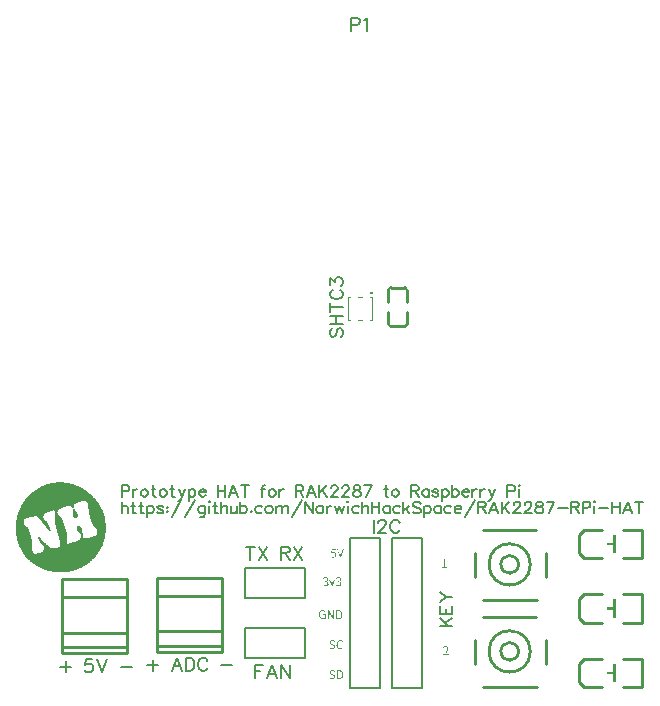
<source format=gto>
G04 Layer: TopSilkLayer*
G04 EasyEDA v6.3.39, 2020-04-29T00:00:54+01:00*
G04 38e1d9d995c248c0af5722392e401878,0b17d191cf8f41b9921c3230ced7432e,10*
G04 Gerber Generator version 0.2*
G04 Scale: 100 percent, Rotated: No, Reflected: No *
G04 Dimensions in millimeters *
G04 leading zeros omitted , absolute positions ,3 integer and 3 decimal *
%FSLAX33Y33*%
%MOMM*%
G90*
G71D02*

%ADD10C,0.254000*%
%ADD40C,0.203200*%
%ADD41C,0.202999*%
%ADD42C,0.101600*%
%ADD43C,0.152400*%

%LPD*%

%LPD*%
G36*
G01X7694Y18477D02*
G01X7578Y18477D01*
G01X7520Y18476D01*
G01X7463Y18474D01*
G01X7405Y18472D01*
G01X7347Y18468D01*
G01X7288Y18464D01*
G01X7172Y18452D01*
G01X7056Y18436D01*
G01X6997Y18427D01*
G01X6939Y18417D01*
G01X6881Y18405D01*
G01X6823Y18394D01*
G01X6765Y18380D01*
G01X6707Y18367D01*
G01X6649Y18352D01*
G01X6591Y18336D01*
G01X6473Y18300D01*
G01X6357Y18262D01*
G01X6300Y18241D01*
G01X6243Y18219D01*
G01X6187Y18197D01*
G01X6131Y18173D01*
G01X6076Y18149D01*
G01X6021Y18124D01*
G01X5967Y18099D01*
G01X5913Y18072D01*
G01X5807Y18016D01*
G01X5756Y17987D01*
G01X5704Y17957D01*
G01X5653Y17926D01*
G01X5603Y17895D01*
G01X5553Y17863D01*
G01X5455Y17797D01*
G01X5407Y17762D01*
G01X5313Y17692D01*
G01X5221Y17618D01*
G01X5177Y17580D01*
G01X5132Y17542D01*
G01X5089Y17503D01*
G01X5045Y17463D01*
G01X5003Y17422D01*
G01X4962Y17381D01*
G01X4920Y17340D01*
G01X4840Y17254D01*
G01X4801Y17211D01*
G01X4763Y17167D01*
G01X4725Y17122D01*
G01X4688Y17077D01*
G01X4652Y17031D01*
G01X4616Y16984D01*
G01X4581Y16937D01*
G01X4547Y16890D01*
G01X4514Y16842D01*
G01X4481Y16793D01*
G01X4449Y16744D01*
G01X4418Y16695D01*
G01X4388Y16645D01*
G01X4358Y16594D01*
G01X4329Y16543D01*
G01X4301Y16492D01*
G01X4273Y16439D01*
G01X4247Y16387D01*
G01X4221Y16334D01*
G01X4196Y16281D01*
G01X4172Y16228D01*
G01X4148Y16173D01*
G01X4125Y16119D01*
G01X4083Y16009D01*
G01X4063Y15953D01*
G01X4044Y15897D01*
G01X4025Y15840D01*
G01X4007Y15784D01*
G01X3990Y15726D01*
G01X3975Y15669D01*
G01X3960Y15611D01*
G01X3932Y15495D01*
G01X3908Y15377D01*
G01X3898Y15318D01*
G01X3888Y15258D01*
G01X3879Y15198D01*
G01X3871Y15138D01*
G01X3864Y15077D01*
G01X3858Y15017D01*
G01X3853Y14956D01*
G01X3849Y14895D01*
G01X3846Y14834D01*
G01X3844Y14773D01*
G01X3842Y14711D01*
G01X3842Y14649D01*
G01X3844Y14525D01*
G01X3847Y14463D01*
G01X3850Y14400D01*
G01X3855Y14337D01*
G01X3859Y14281D01*
G01X3871Y14171D01*
G01X3878Y14116D01*
G01X3894Y14008D01*
G01X3902Y13955D01*
G01X3912Y13901D01*
G01X3922Y13849D01*
G01X3944Y13745D01*
G01X3956Y13694D01*
G01X3969Y13643D01*
G01X3982Y13593D01*
G01X3996Y13542D01*
G01X4010Y13493D01*
G01X4025Y13444D01*
G01X4041Y13395D01*
G01X4057Y13347D01*
G01X4074Y13298D01*
G01X4091Y13251D01*
G01X4109Y13204D01*
G01X4146Y13111D01*
G01X4186Y13021D01*
G01X4207Y12975D01*
G01X4249Y12887D01*
G01X4294Y12801D01*
G01X4318Y12758D01*
G01X4341Y12716D01*
G01X4365Y12674D01*
G01X4390Y12632D01*
G01X4441Y12551D01*
G01X4494Y12472D01*
G01X4521Y12433D01*
G01X4549Y12394D01*
G01X4577Y12356D01*
G01X4605Y12319D01*
G01X4634Y12281D01*
G01X4663Y12244D01*
G01X4723Y12172D01*
G01X4753Y12137D01*
G01X4784Y12102D01*
G01X4912Y11966D01*
G01X4945Y11934D01*
G01X5012Y11870D01*
G01X5047Y11839D01*
G01X5081Y11808D01*
G01X5151Y11748D01*
G01X5187Y11719D01*
G01X5259Y11662D01*
G01X5295Y11634D01*
G01X5332Y11606D01*
G01X5369Y11579D01*
G01X5407Y11552D01*
G01X5445Y11527D01*
G01X5483Y11501D01*
G01X5521Y11476D01*
G01X5560Y11451D01*
G01X5638Y11404D01*
G01X5717Y11358D01*
G01X5797Y11314D01*
G01X5838Y11293D01*
G01X5879Y11273D01*
G01X5920Y11252D01*
G01X5961Y11232D01*
G01X6003Y11213D01*
G01X6044Y11194D01*
G01X6129Y11159D01*
G01X6171Y11141D01*
G01X6213Y11125D01*
G01X6256Y11108D01*
G01X6299Y11093D01*
G01X6342Y11077D01*
G01X6385Y11063D01*
G01X6429Y11049D01*
G01X6472Y11035D01*
G01X6560Y11009D01*
G01X6648Y10985D01*
G01X6693Y10974D01*
G01X6737Y10963D01*
G01X6827Y10943D01*
G01X6872Y10934D01*
G01X6916Y10926D01*
G01X6962Y10917D01*
G01X7097Y10896D01*
G01X7143Y10890D01*
G01X7188Y10884D01*
G01X7234Y10879D01*
G01X7280Y10875D01*
G01X7325Y10871D01*
G01X7371Y10867D01*
G01X7417Y10865D01*
G01X7463Y10862D01*
G01X7509Y10860D01*
G01X7554Y10859D01*
G01X7601Y10858D01*
G01X7646Y10857D01*
G01X7739Y10859D01*
G01X7785Y10860D01*
G01X7877Y10864D01*
G01X7923Y10867D01*
G01X7968Y10871D01*
G01X8015Y10874D01*
G01X8060Y10879D01*
G01X8107Y10884D01*
G01X8152Y10889D01*
G01X8198Y10896D01*
G01X8244Y10902D01*
G01X8335Y10917D01*
G01X8380Y10926D01*
G01X8426Y10935D01*
G01X8471Y10944D01*
G01X8517Y10954D01*
G01X8562Y10964D01*
G01X8607Y10975D01*
G01X8697Y10999D01*
G01X8787Y11025D01*
G01X8831Y11039D01*
G01X8876Y11053D01*
G01X8920Y11068D01*
G01X8964Y11084D01*
G01X9008Y11099D01*
G01X9096Y11133D01*
G01X9139Y11151D01*
G01X9183Y11169D01*
G01X9226Y11188D01*
G01X9268Y11208D01*
G01X9312Y11227D01*
G01X9354Y11248D01*
G01X9439Y11290D01*
G01X9481Y11313D01*
G01X9522Y11336D01*
G01X9564Y11359D01*
G01X9606Y11383D01*
G01X9646Y11407D01*
G01X9688Y11433D01*
G01X9728Y11458D01*
G01X9768Y11484D01*
G01X9849Y11538D01*
G01X9888Y11566D01*
G01X9966Y11624D01*
G01X10006Y11654D01*
G01X10044Y11684D01*
G01X10120Y11746D01*
G01X10157Y11778D01*
G01X10195Y11811D01*
G01X10232Y11844D01*
G01X10269Y11878D01*
G01X10341Y11947D01*
G01X10412Y12019D01*
G01X10482Y12093D01*
G01X10516Y12131D01*
G01X10550Y12170D01*
G01X10616Y12248D01*
G01X10649Y12289D01*
G01X10713Y12371D01*
G01X10745Y12413D01*
G01X10776Y12456D01*
G01X10837Y12544D01*
G01X10867Y12588D01*
G01X10897Y12633D01*
G01X10926Y12679D01*
G01X10954Y12725D01*
G01X10982Y12773D01*
G01X11010Y12820D01*
G01X11037Y12868D01*
G01X11064Y12917D01*
G01X11091Y12967D01*
G01X11117Y13016D01*
G01X11142Y13067D01*
G01X11166Y13118D01*
G01X11190Y13170D01*
G01X11212Y13224D01*
G01X11233Y13279D01*
G01X11254Y13335D01*
G01X11273Y13391D01*
G01X11292Y13449D01*
G01X11310Y13508D01*
G01X11326Y13568D01*
G01X11342Y13629D01*
G01X11370Y13753D01*
G01X11383Y13816D01*
G01X11394Y13880D01*
G01X11406Y13944D01*
G01X11415Y14009D01*
G01X11424Y14075D01*
G01X11433Y14140D01*
G01X11439Y14207D01*
G01X11445Y14273D01*
G01X11455Y14407D01*
G01X11458Y14474D01*
G01X11462Y14610D01*
G01X11462Y14677D01*
G01X11461Y14745D01*
G01X11457Y14879D01*
G01X11449Y15013D01*
G01X11443Y15079D01*
G01X11437Y15146D01*
G01X11430Y15211D01*
G01X11421Y15277D01*
G01X11412Y15341D01*
G01X11402Y15405D01*
G01X11391Y15469D01*
G01X11379Y15532D01*
G01X11365Y15594D01*
G01X11352Y15655D01*
G01X11337Y15715D01*
G01X11321Y15774D01*
G01X11304Y15833D01*
G01X11286Y15891D01*
G01X11267Y15947D01*
G01X11247Y16002D01*
G01X11226Y16056D01*
G01X11205Y16109D01*
G01X11182Y16161D01*
G01X11159Y16211D01*
G01X11134Y16260D01*
G01X11104Y16316D01*
G01X11074Y16371D01*
G01X11043Y16426D01*
G01X11012Y16480D01*
G01X10980Y16533D01*
G01X10947Y16586D01*
G01X10913Y16638D01*
G01X10879Y16689D01*
G01X10844Y16740D01*
G01X10809Y16790D01*
G01X10737Y16888D01*
G01X10700Y16936D01*
G01X10661Y16984D01*
G01X10623Y17031D01*
G01X10584Y17077D01*
G01X10545Y17122D01*
G01X10505Y17167D01*
G01X10423Y17255D01*
G01X10381Y17297D01*
G01X10339Y17340D01*
G01X10297Y17381D01*
G01X10253Y17421D01*
G01X10210Y17461D01*
G01X10166Y17501D01*
G01X10076Y17577D01*
G01X10030Y17614D01*
G01X9938Y17686D01*
G01X9891Y17721D01*
G01X9844Y17755D01*
G01X9796Y17789D01*
G01X9748Y17822D01*
G01X9699Y17853D01*
G01X9650Y17885D01*
G01X9601Y17915D01*
G01X9551Y17945D01*
G01X9501Y17974D01*
G01X9450Y18002D01*
G01X9400Y18029D01*
G01X9349Y18056D01*
G01X9297Y18082D01*
G01X9245Y18107D01*
G01X9193Y18131D01*
G01X9140Y18154D01*
G01X9088Y18177D01*
G01X9035Y18199D01*
G01X8981Y18220D01*
G01X8928Y18241D01*
G01X8820Y18279D01*
G01X8766Y18297D01*
G01X8711Y18314D01*
G01X8656Y18330D01*
G01X8600Y18345D01*
G01X8545Y18360D01*
G01X8490Y18374D01*
G01X8434Y18387D01*
G01X8378Y18399D01*
G01X8266Y18421D01*
G01X8152Y18439D01*
G01X8095Y18447D01*
G01X8039Y18454D01*
G01X7982Y18460D01*
G01X7924Y18465D01*
G01X7867Y18469D01*
G01X7809Y18472D01*
G01X7752Y18475D01*
G01X7694Y18477D01*
G37*

%LPC*%
G36*
G01X7043Y16103D02*
G01X7009Y16103D01*
G01X6968Y16098D01*
G01X6919Y16087D01*
G01X6862Y16071D01*
G01X6797Y16049D01*
G01X6721Y16022D01*
G01X6636Y15989D01*
G01X6539Y15952D01*
G01X6468Y15923D01*
G01X6405Y15893D01*
G01X6351Y15863D01*
G01X6305Y15832D01*
G01X6267Y15800D01*
G01X6236Y15766D01*
G01X6211Y15730D01*
G01X6194Y15691D01*
G01X6183Y15649D01*
G01X6178Y15603D01*
G01X6178Y15553D01*
G01X6183Y15499D01*
G01X6196Y15439D01*
G01X6213Y15383D01*
G01X6236Y15332D01*
G01X6263Y15288D01*
G01X6293Y15252D01*
G01X6325Y15224D01*
G01X6359Y15207D01*
G01X6393Y15201D01*
G01X6418Y15196D01*
G01X6443Y15183D01*
G01X6470Y15162D01*
G01X6498Y15133D01*
G01X6527Y15097D01*
G01X6555Y15055D01*
G01X6584Y15007D01*
G01X6612Y14955D01*
G01X6639Y14897D01*
G01X6664Y14836D01*
G01X6688Y14772D01*
G01X6710Y14705D01*
G01X6859Y14208D01*
G01X5606Y15622D01*
G01X5110Y15529D01*
G01X5009Y15508D01*
G01X4912Y15485D01*
G01X4823Y15460D01*
G01X4742Y15435D01*
G01X4673Y15410D01*
G01X4617Y15385D01*
G01X4577Y15362D01*
G01X4555Y15341D01*
G01X4537Y15297D01*
G01X4530Y15240D01*
G01X4531Y15174D01*
G01X4539Y15103D01*
G01X4555Y15029D01*
G01X4576Y14958D01*
G01X4600Y14890D01*
G01X4629Y14831D01*
G01X4660Y14782D01*
G01X4691Y14749D01*
G01X4723Y14734D01*
G01X4753Y14740D01*
G01X4769Y14746D01*
G01X4785Y14744D01*
G01X4803Y14735D01*
G01X4821Y14719D01*
G01X4840Y14697D01*
G01X4860Y14670D01*
G01X4880Y14636D01*
G01X4901Y14598D01*
G01X4922Y14554D01*
G01X4943Y14506D01*
G01X4964Y14455D01*
G01X4986Y14399D01*
G01X5006Y14340D01*
G01X5028Y14278D01*
G01X5048Y14213D01*
G01X5068Y14146D01*
G01X5088Y14077D01*
G01X5107Y14006D01*
G01X5125Y13934D01*
G01X5142Y13862D01*
G01X5159Y13789D01*
G01X5174Y13716D01*
G01X5189Y13642D01*
G01X5213Y13498D01*
G01X5223Y13428D01*
G01X5232Y13359D01*
G01X5239Y13293D01*
G01X5244Y13229D01*
G01X5247Y13167D01*
G01X5248Y13109D01*
G01X5247Y13054D01*
G01X5244Y12965D01*
G01X5243Y12883D01*
G01X5244Y12809D01*
G01X5248Y12743D01*
G01X5254Y12683D01*
G01X5263Y12631D01*
G01X5276Y12586D01*
G01X5291Y12547D01*
G01X5311Y12515D01*
G01X5334Y12489D01*
G01X5362Y12468D01*
G01X5394Y12453D01*
G01X5431Y12443D01*
G01X5472Y12439D01*
G01X5519Y12440D01*
G01X5571Y12446D01*
G01X5630Y12455D01*
G01X5694Y12469D01*
G01X5764Y12487D01*
G01X5840Y12508D01*
G01X5906Y12530D01*
G01X5966Y12555D01*
G01X6020Y12583D01*
G01X6068Y12613D01*
G01X6111Y12646D01*
G01X6147Y12682D01*
G01X6178Y12719D01*
G01X6203Y12758D01*
G01X6222Y12799D01*
G01X6235Y12840D01*
G01X6241Y12883D01*
G01X6242Y12927D01*
G01X6236Y12972D01*
G01X6225Y13017D01*
G01X6206Y13062D01*
G01X6182Y13107D01*
G01X6151Y13152D01*
G01X6113Y13196D01*
G01X6070Y13240D01*
G01X6019Y13282D01*
G01X5983Y13316D01*
G01X5945Y13360D01*
G01X5908Y13413D01*
G01X5871Y13473D01*
G01X5837Y13538D01*
G01X5805Y13607D01*
G01X5779Y13676D01*
G01X5756Y13745D01*
G01X5744Y13792D01*
G01X5736Y13831D01*
G01X5733Y13862D01*
G01X5734Y13885D01*
G01X5740Y13899D01*
G01X5752Y13905D01*
G01X5769Y13902D01*
G01X5793Y13891D01*
G01X5823Y13870D01*
G01X5859Y13840D01*
G01X5902Y13801D01*
G01X5953Y13752D01*
G01X6011Y13693D01*
G01X6077Y13624D01*
G01X6151Y13544D01*
G01X6234Y13454D01*
G01X6304Y13379D01*
G01X6369Y13309D01*
G01X6430Y13246D01*
G01X6488Y13189D01*
G01X6541Y13137D01*
G01X6591Y13092D01*
G01X6638Y13051D01*
G01X6683Y13015D01*
G01X6726Y12985D01*
G01X6767Y12959D01*
G01X6807Y12938D01*
G01X6846Y12920D01*
G01X6884Y12907D01*
G01X6923Y12898D01*
G01X6961Y12892D01*
G01X7000Y12889D01*
G01X7040Y12890D01*
G01X7082Y12893D01*
G01X7125Y12899D01*
G01X7225Y12919D01*
G01X7276Y12931D01*
G01X7323Y12943D01*
G01X7367Y12957D01*
G01X7406Y12971D01*
G01X7442Y12986D01*
G01X7474Y13003D01*
G01X7503Y13022D01*
G01X7529Y13042D01*
G01X7550Y13065D01*
G01X7569Y13091D01*
G01X7584Y13119D01*
G01X7596Y13150D01*
G01X7604Y13185D01*
G01X7609Y13222D01*
G01X7611Y13264D01*
G01X7610Y13310D01*
G01X7606Y13360D01*
G01X7599Y13415D01*
G01X7589Y13474D01*
G01X7576Y13538D01*
G01X7560Y13608D01*
G01X7542Y13683D01*
G01X7520Y13764D01*
G01X7496Y13851D01*
G01X7469Y13944D01*
G01X7439Y14044D01*
G01X7384Y14227D01*
G01X7362Y14303D01*
G01X7320Y14457D01*
G01X7300Y14532D01*
G01X7281Y14607D01*
G01X7263Y14680D01*
G01X7247Y14752D01*
G01X7231Y14822D01*
G01X7216Y14889D01*
G01X7203Y14954D01*
G01X7191Y15016D01*
G01X7181Y15075D01*
G01X7171Y15130D01*
G01X7164Y15182D01*
G01X7158Y15229D01*
G01X7154Y15272D01*
G01X7151Y15309D01*
G01X7150Y15342D01*
G01X7152Y15369D01*
G01X7156Y15433D01*
G01X7160Y15502D01*
G01X7162Y15574D01*
G01X7163Y15645D01*
G01X7163Y15716D01*
G01X7162Y15783D01*
G01X7160Y15844D01*
G01X7156Y15896D01*
G01X7151Y15943D01*
G01X7145Y15983D01*
G01X7137Y16018D01*
G01X7126Y16046D01*
G01X7113Y16069D01*
G01X7094Y16086D01*
G01X7071Y16098D01*
G01X7043Y16103D01*
G37*
G36*
G01X9647Y16892D02*
G01X9599Y16892D01*
G01X9548Y16889D01*
G01X9493Y16882D01*
G01X9435Y16872D01*
G01X9373Y16858D01*
G01X9308Y16842D01*
G01X9239Y16821D01*
G01X9167Y16798D01*
G01X9091Y16770D01*
G01X9019Y16741D01*
G01X8955Y16710D01*
G01X8899Y16676D01*
G01X8851Y16641D01*
G01X8812Y16603D01*
G01X8781Y16564D01*
G01X8758Y16523D01*
G01X8743Y16481D01*
G01X8737Y16436D01*
G01X8739Y16390D01*
G01X8749Y16342D01*
G01X8768Y16293D01*
G01X8795Y16242D01*
G01X8830Y16189D01*
G01X8873Y16136D01*
G01X8925Y16080D01*
G01X8965Y16036D01*
G01X9002Y15987D01*
G01X9036Y15934D01*
G01X9065Y15879D01*
G01X9090Y15824D01*
G01X9108Y15770D01*
G01X9120Y15720D01*
G01X9124Y15674D01*
G01X9108Y15593D01*
G01X9065Y15527D01*
G01X9002Y15482D01*
G01X8925Y15466D01*
G01X8879Y15469D01*
G01X8840Y15477D01*
G01X8805Y15491D01*
G01X8777Y15513D01*
G01X8753Y15542D01*
G01X8734Y15579D01*
G01X8719Y15624D01*
G01X8710Y15678D01*
G01X8704Y15742D01*
G01X8703Y15816D01*
G01X8705Y15900D01*
G01X8710Y15995D01*
G01X8713Y16059D01*
G01X8713Y16119D01*
G01X8708Y16173D01*
G01X8700Y16222D01*
G01X8687Y16267D01*
G01X8670Y16307D01*
G01X8649Y16343D01*
G01X8624Y16373D01*
G01X8594Y16400D01*
G01X8560Y16421D01*
G01X8521Y16438D01*
G01X8477Y16451D01*
G01X8429Y16459D01*
G01X8375Y16463D01*
G01X8317Y16463D01*
G01X8255Y16458D01*
G01X8186Y16449D01*
G01X8113Y16436D01*
G01X8034Y16419D01*
G01X7950Y16397D01*
G01X7881Y16377D01*
G01X7816Y16355D01*
G01X7755Y16330D01*
G01X7698Y16304D01*
G01X7646Y16276D01*
G01X7598Y16246D01*
G01X7554Y16215D01*
G01X7516Y16183D01*
G01X7481Y16149D01*
G01X7452Y16115D01*
G01X7427Y16081D01*
G01X7408Y16045D01*
G01X7392Y16009D01*
G01X7383Y15974D01*
G01X7378Y15937D01*
G01X7379Y15901D01*
G01X7385Y15866D01*
G01X7396Y15830D01*
G01X7412Y15796D01*
G01X7435Y15762D01*
G01X7463Y15729D01*
G01X7496Y15697D01*
G01X7535Y15667D01*
G01X7580Y15638D01*
G01X7604Y15621D01*
G01X7628Y15596D01*
G01X7654Y15563D01*
G01X7681Y15524D01*
G01X7709Y15479D01*
G01X7737Y15428D01*
G01X7767Y15372D01*
G01X7796Y15312D01*
G01X7826Y15247D01*
G01X7856Y15179D01*
G01X7885Y15107D01*
G01X7914Y15033D01*
G01X7943Y14958D01*
G01X7971Y14880D01*
G01X7997Y14802D01*
G01X8023Y14723D01*
G01X8047Y14645D01*
G01X8070Y14566D01*
G01X8091Y14490D01*
G01X8111Y14414D01*
G01X8129Y14341D01*
G01X8143Y14271D01*
G01X8156Y14204D01*
G01X8167Y14140D01*
G01X8174Y14081D01*
G01X8178Y14026D01*
G01X8180Y13978D01*
G01X8178Y13934D01*
G01X8173Y13879D01*
G01X8170Y13818D01*
G01X8168Y13754D01*
G01X8167Y13688D01*
G01X8167Y13624D01*
G01X8169Y13563D01*
G01X8171Y13506D01*
G01X8175Y13455D01*
G01X8196Y13232D01*
G01X8759Y13394D01*
G01X8834Y13418D01*
G01X8904Y13443D01*
G01X8970Y13471D01*
G01X9031Y13500D01*
G01X9088Y13530D01*
G01X9139Y13563D01*
G01X9186Y13597D01*
G01X9228Y13632D01*
G01X9266Y13668D01*
G01X9298Y13705D01*
G01X9326Y13743D01*
G01X9348Y13783D01*
G01X9365Y13823D01*
G01X9377Y13863D01*
G01X9384Y13903D01*
G01X9385Y13945D01*
G01X9381Y13986D01*
G01X9372Y14027D01*
G01X9356Y14069D01*
G01X9336Y14110D01*
G01X9310Y14150D01*
G01X9278Y14190D01*
G01X9240Y14230D01*
G01X9196Y14269D01*
G01X9148Y14314D01*
G01X9105Y14360D01*
G01X9070Y14407D01*
G01X9042Y14455D01*
G01X9020Y14501D01*
G01X9005Y14547D01*
G01X8998Y14591D01*
G01X8996Y14632D01*
G01X9002Y14670D01*
G01X9013Y14703D01*
G01X9032Y14732D01*
G01X9058Y14755D01*
G01X9089Y14772D01*
G01X9128Y14782D01*
G01X9172Y14784D01*
G01X9223Y14778D01*
G01X9270Y14764D01*
G01X9315Y14740D01*
G01X9356Y14708D01*
G01X9393Y14669D01*
G01X9424Y14625D01*
G01X9449Y14576D01*
G01X9466Y14524D01*
G01X9474Y14470D01*
G01X9478Y14413D01*
G01X9483Y14351D01*
G01X9487Y14284D01*
G01X9492Y14217D01*
G01X9496Y14151D01*
G01X9501Y14087D01*
G01X9504Y14028D01*
G01X9507Y13977D01*
G01X9512Y13930D01*
G01X9520Y13889D01*
G01X9532Y13853D01*
G01X9549Y13823D01*
G01X9571Y13799D01*
G01X9599Y13780D01*
G01X9634Y13767D01*
G01X9675Y13759D01*
G01X9724Y13756D01*
G01X9782Y13759D01*
G01X9848Y13766D01*
G01X9923Y13779D01*
G01X10009Y13797D01*
G01X10105Y13819D01*
G01X10212Y13847D01*
G01X10331Y13879D01*
G01X10428Y13907D01*
G01X10510Y13933D01*
G01X10579Y13960D01*
G01X10635Y13987D01*
G01X10681Y14015D01*
G01X10715Y14046D01*
G01X10740Y14081D01*
G01X10755Y14120D01*
G01X10764Y14165D01*
G01X10764Y14216D01*
G01X10758Y14275D01*
G01X10747Y14342D01*
G01X10731Y14408D01*
G01X10710Y14470D01*
G01X10684Y14526D01*
G01X10656Y14575D01*
G01X10624Y14615D01*
G01X10592Y14646D01*
G01X10558Y14665D01*
G01X10525Y14672D01*
G01X10508Y14675D01*
G01X10490Y14685D01*
G01X10471Y14701D01*
G01X10452Y14723D01*
G01X10432Y14751D01*
G01X10411Y14784D01*
G01X10390Y14822D01*
G01X10368Y14865D01*
G01X10346Y14911D01*
G01X10324Y14962D01*
G01X10302Y15017D01*
G01X10280Y15075D01*
G01X10258Y15136D01*
G01X10237Y15200D01*
G01X10215Y15266D01*
G01X10194Y15334D01*
G01X10174Y15405D01*
G01X10154Y15477D01*
G01X10135Y15549D01*
G01X10116Y15623D01*
G01X10099Y15697D01*
G01X10082Y15772D01*
G01X10052Y15920D01*
G01X10039Y15993D01*
G01X10027Y16066D01*
G01X10017Y16136D01*
G01X10008Y16205D01*
G01X10001Y16272D01*
G01X9995Y16337D01*
G01X9992Y16399D01*
G01X9990Y16459D01*
G01X9988Y16513D01*
G01X9983Y16563D01*
G01X9976Y16610D01*
G01X9965Y16653D01*
G01X9951Y16693D01*
G01X9935Y16729D01*
G01X9916Y16761D01*
G01X9893Y16790D01*
G01X9867Y16815D01*
G01X9838Y16837D01*
G01X9807Y16855D01*
G01X9772Y16870D01*
G01X9734Y16880D01*
G01X9692Y16888D01*
G01X9647Y16892D01*
G37*

%LPD*%
G54D40*
G01X28308Y6144D02*
G01X28308Y3604D01*
G01X23228Y3604D01*
G01X23228Y6144D01*
G01X25133Y6144D01*
G54D41*
G01X28308Y6144D02*
G01X25133Y6144D01*
G54D42*
G01X34002Y34198D02*
G01X34002Y32198D01*
G01X34002Y34198D02*
G01X33832Y34198D01*
G01X33172Y34198D02*
G01X32837Y34198D01*
G01X32177Y34198D02*
G01X32002Y34198D01*
G01X32002Y34198D02*
G01X32002Y32195D01*
G01X32002Y32195D02*
G01X32177Y32195D01*
G01X32837Y32195D02*
G01X33177Y32195D01*
G01X33837Y32195D02*
G01X34002Y32195D01*
G01X34002Y32195D02*
G01X34002Y34198D01*
G54D10*
G01X55243Y8995D02*
G01X56843Y8995D01*
G01X55243Y6595D02*
G01X56843Y6595D01*
G01X53443Y8995D02*
G01X51943Y8995D01*
G01X53443Y6595D02*
G01X51943Y6595D01*
G01X56843Y8995D02*
G01X56843Y6595D01*
G01X51543Y8495D02*
G01X51543Y7095D01*
G01X51543Y8495D02*
G01X51543Y8595D01*
G01X51943Y8995D01*
G01X51543Y7095D02*
G01X51543Y6995D01*
G01X51943Y6595D01*
G01X55243Y14456D02*
G01X56843Y14456D01*
G01X55243Y12056D02*
G01X56843Y12056D01*
G01X53443Y14456D02*
G01X51943Y14456D01*
G01X53443Y12056D02*
G01X51943Y12056D01*
G01X56843Y14456D02*
G01X56843Y12056D01*
G01X51543Y13956D02*
G01X51543Y12556D01*
G01X51543Y13956D02*
G01X51543Y14056D01*
G01X51943Y14456D01*
G01X51543Y12556D02*
G01X51543Y12456D01*
G01X51943Y12056D01*
G01X43432Y14478D02*
G01X47907Y14478D01*
G01X48707Y12522D02*
G01X48707Y10433D01*
G01X42707Y12522D02*
G01X42707Y10433D01*
G01X43432Y8478D02*
G01X47981Y8478D01*
G01X43432Y7112D02*
G01X47907Y7112D01*
G01X48707Y5156D02*
G01X48707Y3067D01*
G01X42707Y5156D02*
G01X42707Y3067D01*
G01X43432Y1112D02*
G01X47981Y1112D01*
G54D40*
G01X32118Y2969D02*
G01X32118Y1064D01*
G01X34658Y1064D01*
G01X34658Y13764D01*
G01X32118Y13764D01*
G54D41*
G01X32118Y13764D02*
G01X32118Y2969D01*
G54D40*
G01X35674Y2969D02*
G01X35674Y1064D01*
G01X38214Y1064D01*
G01X38214Y13764D01*
G01X35674Y13764D01*
G54D41*
G01X35674Y13764D02*
G01X35674Y2969D01*
G54D10*
G01X55243Y3534D02*
G01X56843Y3534D01*
G01X55243Y1134D02*
G01X56843Y1134D01*
G01X53443Y3534D02*
G01X51943Y3534D01*
G01X53443Y1134D02*
G01X51943Y1134D01*
G01X56843Y3534D02*
G01X56843Y1134D01*
G01X51543Y3034D02*
G01X51543Y1634D01*
G01X51543Y3034D02*
G01X51543Y3134D01*
G01X51943Y3534D01*
G01X51543Y1634D02*
G01X51543Y1534D01*
G01X51943Y1134D01*
G01X36782Y31672D02*
G01X35582Y31672D01*
G01X36982Y33722D02*
G01X36982Y34722D01*
G01X35382Y33722D02*
G01X35382Y34722D01*
G01X36982Y32922D02*
G01X36982Y31922D01*
G01X35382Y32922D02*
G01X35382Y31922D01*
G01X36782Y34972D02*
G01X35582Y34972D01*
G01X36982Y34772D02*
G01X36982Y34722D01*
G01X35382Y34772D02*
G01X35382Y34722D01*
G01X36982Y31872D02*
G01X36982Y31922D01*
G01X35382Y31872D02*
G01X35382Y31922D01*
G54D40*
G01X28308Y11224D02*
G01X28308Y8684D01*
G01X23228Y8684D01*
G01X23228Y11224D01*
G01X25133Y11224D01*
G54D41*
G01X28308Y11224D02*
G01X25133Y11224D01*
G54D10*
G01X7788Y10287D02*
G01X13268Y10287D01*
G01X13268Y10287D02*
G01X13268Y3987D01*
G01X7788Y10287D02*
G01X7788Y3987D01*
G01X7788Y3987D02*
G01X13268Y3987D01*
G01X7788Y8745D02*
G01X13268Y8745D01*
G01X7788Y5725D02*
G01X13268Y5725D01*
G01X7788Y4517D02*
G01X13268Y4517D01*
G01X15789Y10414D02*
G01X21269Y10414D01*
G01X21269Y10414D02*
G01X21269Y4114D01*
G01X15789Y10414D02*
G01X15789Y4114D01*
G01X15789Y4114D02*
G01X21269Y4114D01*
G01X15789Y8872D02*
G01X21269Y8872D01*
G01X15789Y5852D02*
G01X21269Y5852D01*
G01X15789Y4644D02*
G01X21269Y4644D01*

%LPD*%
G36*
G01X31229Y2570D02*
G01X31046Y2570D01*
G01X31046Y1826D01*
G01X31231Y1826D01*
G01X31286Y1829D01*
G01X31335Y1837D01*
G01X31380Y1852D01*
G01X31421Y1871D01*
G01X31456Y1896D01*
G01X31487Y1926D01*
G01X31514Y1961D01*
G01X31536Y2001D01*
G01X31552Y2044D01*
G01X31565Y2092D01*
G01X31572Y2145D01*
G01X31574Y2202D01*
G01X31572Y2258D01*
G01X31565Y2310D01*
G01X31552Y2358D01*
G01X31536Y2401D01*
G01X31514Y2439D01*
G01X31487Y2473D01*
G01X31456Y2502D01*
G01X31420Y2526D01*
G01X31379Y2545D01*
G01X31334Y2559D01*
G01X31284Y2567D01*
G01X31229Y2570D01*
G37*

%LPC*%
G36*
G01X31221Y2501D02*
G01X31130Y2501D01*
G01X31130Y1894D01*
G01X31221Y1894D01*
G01X31284Y1900D01*
G01X31339Y1916D01*
G01X31385Y1942D01*
G01X31422Y1977D01*
G01X31451Y2021D01*
G01X31472Y2073D01*
G01X31484Y2134D01*
G01X31488Y2202D01*
G01X31484Y2269D01*
G01X31472Y2328D01*
G01X31451Y2379D01*
G01X31422Y2422D01*
G01X31385Y2456D01*
G01X31339Y2481D01*
G01X31284Y2496D01*
G01X31221Y2501D01*
G37*

%LPD*%
G36*
G01X30719Y2576D02*
G01X30655Y2583D01*
G01X30563Y2568D01*
G01X30491Y2528D01*
G01X30443Y2467D01*
G01X30426Y2390D01*
G01X30440Y2318D01*
G01X30475Y2265D01*
G01X30524Y2227D01*
G01X30576Y2199D01*
G01X30685Y2151D01*
G01X30735Y2128D01*
G01X30776Y2101D01*
G01X30803Y2065D01*
G01X30812Y2014D01*
G01X30801Y1962D01*
G01X30768Y1922D01*
G01X30716Y1896D01*
G01X30647Y1887D01*
G01X30589Y1893D01*
G01X30533Y1912D01*
G01X30483Y1942D01*
G01X30439Y1981D01*
G01X30388Y1922D01*
G01X30440Y1878D01*
G01X30501Y1843D01*
G01X30570Y1821D01*
G01X30647Y1813D01*
G01X30701Y1817D01*
G01X30750Y1829D01*
G01X30793Y1848D01*
G01X30829Y1874D01*
G01X30857Y1904D01*
G01X30879Y1940D01*
G01X30891Y1979D01*
G01X30896Y2021D01*
G01X30884Y2093D01*
G01X30851Y2147D01*
G01X30802Y2188D01*
G01X30741Y2219D01*
G01X30634Y2265D01*
G01X30591Y2286D01*
G01X30551Y2311D01*
G01X30522Y2346D01*
G01X30510Y2395D01*
G01X30521Y2442D01*
G01X30550Y2479D01*
G01X30596Y2501D01*
G01X30655Y2509D01*
G01X30706Y2504D01*
G01X30751Y2490D01*
G01X30791Y2467D01*
G01X30827Y2438D01*
G01X30871Y2491D01*
G01X30828Y2528D01*
G01X30777Y2557D01*
G01X30719Y2576D01*
G37*

%LPD*%

%LPD*%
G36*
G01X31391Y5115D02*
G01X31328Y5123D01*
G01X31260Y5116D01*
G01X31197Y5096D01*
G01X31141Y5063D01*
G01X31094Y5019D01*
G01X31055Y4964D01*
G01X31025Y4898D01*
G01X31007Y4822D01*
G01X31000Y4737D01*
G01X31006Y4652D01*
G01X31025Y4576D01*
G01X31053Y4511D01*
G01X31092Y4455D01*
G01X31138Y4411D01*
G01X31193Y4379D01*
G01X31254Y4360D01*
G01X31320Y4353D01*
G01X31388Y4360D01*
G01X31449Y4380D01*
G01X31502Y4414D01*
G01X31549Y4460D01*
G01X31501Y4513D01*
G01X31463Y4476D01*
G01X31421Y4449D01*
G01X31376Y4432D01*
G01X31325Y4427D01*
G01X31273Y4432D01*
G01X31226Y4449D01*
G01X31185Y4475D01*
G01X31151Y4512D01*
G01X31123Y4557D01*
G01X31103Y4610D01*
G01X31091Y4671D01*
G01X31087Y4739D01*
G01X31091Y4807D01*
G01X31104Y4868D01*
G01X31125Y4921D01*
G01X31153Y4966D01*
G01X31188Y5001D01*
G01X31229Y5027D01*
G01X31276Y5043D01*
G01X31328Y5049D01*
G01X31375Y5044D01*
G01X31416Y5030D01*
G01X31452Y5007D01*
G01X31483Y4978D01*
G01X31529Y5031D01*
G01X31492Y5066D01*
G01X31446Y5095D01*
G01X31391Y5115D01*
G37*

%LPD*%
G36*
G01X30719Y5116D02*
G01X30655Y5123D01*
G01X30563Y5108D01*
G01X30491Y5068D01*
G01X30443Y5007D01*
G01X30426Y4930D01*
G01X30440Y4858D01*
G01X30475Y4805D01*
G01X30524Y4767D01*
G01X30576Y4739D01*
G01X30685Y4691D01*
G01X30735Y4668D01*
G01X30776Y4641D01*
G01X30803Y4605D01*
G01X30812Y4554D01*
G01X30801Y4502D01*
G01X30768Y4462D01*
G01X30716Y4436D01*
G01X30647Y4427D01*
G01X30589Y4433D01*
G01X30533Y4452D01*
G01X30483Y4482D01*
G01X30439Y4521D01*
G01X30388Y4462D01*
G01X30440Y4418D01*
G01X30501Y4383D01*
G01X30570Y4361D01*
G01X30647Y4353D01*
G01X30701Y4357D01*
G01X30750Y4369D01*
G01X30793Y4388D01*
G01X30829Y4414D01*
G01X30857Y4444D01*
G01X30879Y4480D01*
G01X30891Y4519D01*
G01X30896Y4561D01*
G01X30884Y4633D01*
G01X30851Y4687D01*
G01X30802Y4728D01*
G01X30741Y4759D01*
G01X30634Y4805D01*
G01X30591Y4826D01*
G01X30551Y4851D01*
G01X30522Y4886D01*
G01X30510Y4935D01*
G01X30521Y4982D01*
G01X30550Y5019D01*
G01X30596Y5041D01*
G01X30655Y5049D01*
G01X30706Y5044D01*
G01X30751Y5030D01*
G01X30791Y5007D01*
G01X30827Y4978D01*
G01X30871Y5031D01*
G01X30828Y5068D01*
G01X30777Y5097D01*
G01X30719Y5116D01*
G37*

%LPD*%

%LPD*%
G36*
G01X31163Y7650D02*
G01X30980Y7650D01*
G01X30980Y6906D01*
G01X31165Y6906D01*
G01X31220Y6909D01*
G01X31269Y6917D01*
G01X31314Y6932D01*
G01X31355Y6951D01*
G01X31390Y6976D01*
G01X31421Y7006D01*
G01X31448Y7041D01*
G01X31470Y7081D01*
G01X31486Y7124D01*
G01X31499Y7172D01*
G01X31506Y7225D01*
G01X31508Y7282D01*
G01X31506Y7338D01*
G01X31499Y7390D01*
G01X31486Y7438D01*
G01X31470Y7481D01*
G01X31448Y7519D01*
G01X31421Y7553D01*
G01X31390Y7582D01*
G01X31354Y7606D01*
G01X31313Y7625D01*
G01X31268Y7639D01*
G01X31218Y7647D01*
G01X31163Y7650D01*
G37*

%LPC*%
G36*
G01X31155Y7581D02*
G01X31064Y7581D01*
G01X31064Y6974D01*
G01X31155Y6974D01*
G01X31218Y6980D01*
G01X31273Y6996D01*
G01X31319Y7022D01*
G01X31356Y7057D01*
G01X31385Y7101D01*
G01X31406Y7153D01*
G01X31418Y7214D01*
G01X31422Y7282D01*
G01X31418Y7349D01*
G01X31406Y7408D01*
G01X31385Y7459D01*
G01X31356Y7502D01*
G01X31319Y7536D01*
G01X31273Y7561D01*
G01X31218Y7576D01*
G01X31155Y7581D01*
G37*

%LPD*%
G36*
G01X30335Y7650D02*
G01X30248Y7650D01*
G01X30248Y6906D01*
G01X30330Y6906D01*
G01X30330Y7312D01*
G01X30329Y7371D01*
G01X30326Y7427D01*
G01X30322Y7484D01*
G01X30319Y7541D01*
G01X30325Y7541D01*
G01X30406Y7388D01*
G01X30685Y6906D01*
G01X30772Y6906D01*
G01X30772Y7650D01*
G01X30690Y7650D01*
G01X30690Y7246D01*
G01X30692Y7188D01*
G01X30695Y7130D01*
G01X30699Y7071D01*
G01X30703Y7015D01*
G01X30698Y7015D01*
G01X30617Y7167D01*
G01X30335Y7650D01*
G37*

%LPD*%
G36*
G01X29918Y7655D02*
G01X29847Y7663D01*
G01X29799Y7660D01*
G01X29754Y7650D01*
G01X29712Y7636D01*
G01X29673Y7615D01*
G01X29638Y7590D01*
G01X29606Y7559D01*
G01X29578Y7523D01*
G01X29555Y7483D01*
G01X29537Y7438D01*
G01X29523Y7388D01*
G01X29515Y7335D01*
G01X29512Y7277D01*
G01X29518Y7192D01*
G01X29536Y7116D01*
G01X29565Y7051D01*
G01X29605Y6995D01*
G01X29652Y6951D01*
G01X29709Y6919D01*
G01X29772Y6900D01*
G01X29842Y6893D01*
G01X29913Y6899D01*
G01X29976Y6917D01*
G01X30028Y6943D01*
G01X30071Y6977D01*
G01X30071Y7287D01*
G01X29829Y7287D01*
G01X29829Y7216D01*
G01X29992Y7216D01*
G01X29992Y7012D01*
G01X29964Y6994D01*
G01X29930Y6979D01*
G01X29891Y6970D01*
G01X29850Y6967D01*
G01X29793Y6972D01*
G01X29743Y6989D01*
G01X29700Y7015D01*
G01X29664Y7052D01*
G01X29636Y7097D01*
G01X29615Y7150D01*
G01X29602Y7211D01*
G01X29598Y7279D01*
G01X29603Y7347D01*
G01X29615Y7408D01*
G01X29637Y7461D01*
G01X29666Y7506D01*
G01X29702Y7541D01*
G01X29745Y7567D01*
G01X29794Y7583D01*
G01X29850Y7589D01*
G01X29903Y7583D01*
G01X29948Y7568D01*
G01X29984Y7545D01*
G01X30015Y7518D01*
G01X30060Y7571D01*
G01X30023Y7605D01*
G01X29977Y7634D01*
G01X29918Y7655D01*
G37*

%LPD*%

%LPD*%
G36*
G01X30490Y10248D02*
G01X30403Y10248D01*
G01X30604Y9700D01*
G01X30700Y9700D01*
G01X30896Y10248D01*
G01X30815Y10248D01*
G01X30706Y9928D01*
G01X30680Y9848D01*
G01X30667Y9807D01*
G01X30655Y9768D01*
G01X30650Y9768D01*
G01X30636Y9807D01*
G01X30623Y9848D01*
G01X30599Y9928D01*
G01X30490Y10248D01*
G37*

%LPD*%
G36*
G01X31257Y10444D02*
G01X31173Y10457D01*
G01X31112Y10450D01*
G01X31058Y10432D01*
G01X31010Y10404D01*
G01X30967Y10370D01*
G01X31013Y10314D01*
G01X31046Y10344D01*
G01X31083Y10368D01*
G01X31124Y10384D01*
G01X31168Y10391D01*
G01X31223Y10380D01*
G01X31264Y10355D01*
G01X31291Y10316D01*
G01X31300Y10266D01*
G01X31289Y10208D01*
G01X31253Y10161D01*
G01X31188Y10130D01*
G01X31089Y10119D01*
G01X31089Y10055D01*
G01X31199Y10044D01*
G01X31272Y10012D01*
G01X31313Y9963D01*
G01X31325Y9900D01*
G01X31314Y9840D01*
G01X31281Y9795D01*
G01X31232Y9766D01*
G01X31170Y9756D01*
G01X31109Y9763D01*
G01X31059Y9782D01*
G01X31017Y9809D01*
G01X30982Y9842D01*
G01X30939Y9789D01*
G01X30980Y9750D01*
G01X31032Y9718D01*
G01X31096Y9695D01*
G01X31175Y9687D01*
G01X31223Y9691D01*
G01X31266Y9701D01*
G01X31307Y9719D01*
G01X31341Y9743D01*
G01X31370Y9773D01*
G01X31391Y9809D01*
G01X31405Y9851D01*
G01X31409Y9898D01*
G01X31396Y9967D01*
G01X31362Y10023D01*
G01X31312Y10065D01*
G01X31249Y10088D01*
G01X31249Y10091D01*
G01X31304Y10119D01*
G01X31347Y10158D01*
G01X31374Y10210D01*
G01X31384Y10274D01*
G01X31368Y10352D01*
G01X31324Y10409D01*
G01X31257Y10444D01*
G37*

%LPD*%
G36*
G01X30180Y10444D02*
G01X30096Y10457D01*
G01X30035Y10450D01*
G01X29981Y10432D01*
G01X29933Y10404D01*
G01X29890Y10370D01*
G01X29936Y10314D01*
G01X29969Y10344D01*
G01X30006Y10368D01*
G01X30047Y10384D01*
G01X30091Y10391D01*
G01X30146Y10380D01*
G01X30187Y10355D01*
G01X30214Y10316D01*
G01X30223Y10266D01*
G01X30212Y10208D01*
G01X30176Y10161D01*
G01X30111Y10130D01*
G01X30012Y10119D01*
G01X30012Y10055D01*
G01X30122Y10044D01*
G01X30195Y10012D01*
G01X30236Y9963D01*
G01X30248Y9900D01*
G01X30237Y9840D01*
G01X30204Y9795D01*
G01X30155Y9766D01*
G01X30093Y9756D01*
G01X30032Y9763D01*
G01X29982Y9782D01*
G01X29941Y9809D01*
G01X29905Y9842D01*
G01X29862Y9789D01*
G01X29903Y9750D01*
G01X29955Y9718D01*
G01X30019Y9695D01*
G01X30099Y9687D01*
G01X30146Y9691D01*
G01X30189Y9701D01*
G01X30230Y9719D01*
G01X30264Y9743D01*
G01X30293Y9773D01*
G01X30314Y9809D01*
G01X30328Y9851D01*
G01X30332Y9898D01*
G01X30319Y9967D01*
G01X30285Y10023D01*
G01X30235Y10065D01*
G01X30172Y10088D01*
G01X30172Y10091D01*
G01X30228Y10119D01*
G01X30270Y10158D01*
G01X30297Y10210D01*
G01X30307Y10274D01*
G01X30291Y10352D01*
G01X30247Y10409D01*
G01X30180Y10444D01*
G37*

%LPD*%

%LPD*%
G36*
G01X31115Y12857D02*
G01X31026Y12857D01*
G01X31264Y12113D01*
G01X31361Y12113D01*
G01X31600Y12857D01*
G01X31513Y12857D01*
G01X31391Y12446D01*
G01X31372Y12382D01*
G01X31355Y12323D01*
G01X31337Y12263D01*
G01X31318Y12199D01*
G01X31313Y12199D01*
G01X31293Y12263D01*
G01X31276Y12323D01*
G01X31258Y12382D01*
G01X31239Y12446D01*
G01X31115Y12857D01*
G37*

%LPD*%
G36*
G01X30934Y12857D02*
G01X30579Y12857D01*
G01X30556Y12512D01*
G01X30601Y12484D01*
G01X30632Y12502D01*
G01X30661Y12516D01*
G01X30691Y12524D01*
G01X30726Y12527D01*
G01X30791Y12515D01*
G01X30842Y12480D01*
G01X30875Y12425D01*
G01X30886Y12352D01*
G01X30873Y12276D01*
G01X30838Y12218D01*
G01X30786Y12181D01*
G01X30723Y12169D01*
G01X30662Y12176D01*
G01X30613Y12195D01*
G01X30571Y12221D01*
G01X30538Y12252D01*
G01X30495Y12199D01*
G01X30537Y12162D01*
G01X30588Y12131D01*
G01X30652Y12108D01*
G01X30731Y12100D01*
G01X30776Y12104D01*
G01X30820Y12117D01*
G01X30860Y12138D01*
G01X30896Y12166D01*
G01X30927Y12202D01*
G01X30949Y12246D01*
G01X30965Y12297D01*
G01X30970Y12354D01*
G01X30965Y12411D01*
G01X30952Y12461D01*
G01X30932Y12501D01*
G01X30905Y12534D01*
G01X30872Y12559D01*
G01X30834Y12577D01*
G01X30791Y12587D01*
G01X30746Y12590D01*
G01X30714Y12588D01*
G01X30684Y12583D01*
G01X30657Y12573D01*
G01X30632Y12560D01*
G01X30652Y12786D01*
G01X30934Y12786D01*
G01X30934Y12857D01*
G37*

%LPD*%

%LPD*%
G36*
G01X40205Y11968D02*
G01X40142Y11968D01*
G01X40111Y11952D01*
G01X40076Y11938D01*
G01X40037Y11926D01*
G01X39992Y11917D01*
G01X39992Y11864D01*
G01X40121Y11864D01*
G01X40121Y11292D01*
G01X39956Y11292D01*
G01X39956Y11224D01*
G01X40355Y11224D01*
G01X40355Y11292D01*
G01X40205Y11292D01*
G01X40205Y11968D01*
G37*

%LPD*%

%LPD*%
G36*
G01X40295Y4611D02*
G01X40248Y4615D01*
G01X40185Y4607D01*
G01X40129Y4585D01*
G01X40079Y4550D01*
G01X40032Y4505D01*
G01X40081Y4460D01*
G01X40115Y4494D01*
G01X40153Y4522D01*
G01X40195Y4542D01*
G01X40241Y4549D01*
G01X40303Y4537D01*
G01X40347Y4505D01*
G01X40372Y4455D01*
G01X40380Y4394D01*
G01X40375Y4344D01*
G01X40360Y4292D01*
G01X40335Y4238D01*
G01X40299Y4180D01*
G01X40251Y4118D01*
G01X40192Y4053D01*
G01X40121Y3983D01*
G01X40038Y3909D01*
G01X40038Y3858D01*
G01X40497Y3858D01*
G01X40497Y3929D01*
G01X40284Y3929D01*
G01X40224Y3927D01*
G01X40193Y3926D01*
G01X40162Y3924D01*
G01X40227Y3987D01*
G01X40286Y4048D01*
G01X40337Y4109D01*
G01X40380Y4168D01*
G01X40415Y4226D01*
G01X40441Y4283D01*
G01X40456Y4340D01*
G01X40462Y4396D01*
G01X40458Y4444D01*
G01X40447Y4486D01*
G01X40429Y4523D01*
G01X40405Y4555D01*
G01X40374Y4580D01*
G01X40337Y4599D01*
G01X40295Y4611D01*
G37*

%LPD*%
G54D40*
G01X12814Y18219D02*
G01X12814Y17249D01*
G01X12814Y18219D02*
G01X13230Y18219D01*
G01X13368Y18171D01*
G01X13413Y18125D01*
G01X13462Y18034D01*
G01X13462Y17894D01*
G01X13413Y17802D01*
G01X13368Y17757D01*
G01X13230Y17711D01*
G01X12814Y17711D01*
G01X13766Y17894D02*
G01X13766Y17249D01*
G01X13766Y17617D02*
G01X13812Y17757D01*
G01X13903Y17848D01*
G01X13995Y17894D01*
G01X14135Y17894D01*
G01X14671Y17894D02*
G01X14579Y17848D01*
G01X14485Y17757D01*
G01X14439Y17617D01*
G01X14439Y17526D01*
G01X14485Y17386D01*
G01X14579Y17294D01*
G01X14671Y17249D01*
G01X14808Y17249D01*
G01X14902Y17294D01*
G01X14993Y17386D01*
G01X15039Y17526D01*
G01X15039Y17617D01*
G01X14993Y17757D01*
G01X14902Y17848D01*
G01X14808Y17894D01*
G01X14671Y17894D01*
G01X15483Y18219D02*
G01X15483Y17434D01*
G01X15529Y17294D01*
G01X15621Y17249D01*
G01X15714Y17249D01*
G01X15344Y17894D02*
G01X15669Y17894D01*
G01X16250Y17894D02*
G01X16156Y17848D01*
G01X16065Y17757D01*
G01X16019Y17617D01*
G01X16019Y17526D01*
G01X16065Y17386D01*
G01X16156Y17294D01*
G01X16250Y17249D01*
G01X16388Y17249D01*
G01X16482Y17294D01*
G01X16573Y17386D01*
G01X16619Y17526D01*
G01X16619Y17617D01*
G01X16573Y17757D01*
G01X16482Y17848D01*
G01X16388Y17894D01*
G01X16250Y17894D01*
G01X17063Y18219D02*
G01X17063Y17434D01*
G01X17109Y17294D01*
G01X17200Y17249D01*
G01X17294Y17249D01*
G01X16924Y17894D02*
G01X17246Y17894D01*
G01X17645Y17894D02*
G01X17922Y17249D01*
G01X18199Y17894D02*
G01X17922Y17249D01*
G01X17830Y17063D01*
G01X17736Y16972D01*
G01X17645Y16926D01*
G01X17599Y16926D01*
G01X18503Y17894D02*
G01X18503Y16926D01*
G01X18503Y17757D02*
G01X18595Y17848D01*
G01X18689Y17894D01*
G01X18826Y17894D01*
G01X18920Y17848D01*
G01X19011Y17757D01*
G01X19057Y17617D01*
G01X19057Y17526D01*
G01X19011Y17386D01*
G01X18920Y17294D01*
G01X18826Y17249D01*
G01X18689Y17249D01*
G01X18595Y17294D01*
G01X18503Y17386D01*
G01X19362Y17617D02*
G01X19916Y17617D01*
G01X19916Y17711D01*
G01X19870Y17802D01*
G01X19824Y17848D01*
G01X19733Y17894D01*
G01X19593Y17894D01*
G01X19502Y17848D01*
G01X19408Y17757D01*
G01X19362Y17617D01*
G01X19362Y17526D01*
G01X19408Y17386D01*
G01X19502Y17294D01*
G01X19593Y17249D01*
G01X19733Y17249D01*
G01X19824Y17294D01*
G01X19916Y17386D01*
G01X20932Y18219D02*
G01X20932Y17249D01*
G01X21579Y18219D02*
G01X21579Y17249D01*
G01X20932Y17757D02*
G01X21579Y17757D01*
G01X22252Y18219D02*
G01X21884Y17249D01*
G01X22252Y18219D02*
G01X22623Y17249D01*
G01X22021Y17571D02*
G01X22484Y17571D01*
G01X23251Y18219D02*
G01X23251Y17249D01*
G01X22928Y18219D02*
G01X23573Y18219D01*
G01X24960Y18219D02*
G01X24866Y18219D01*
G01X24775Y18171D01*
G01X24729Y18034D01*
G01X24729Y17249D01*
G01X24589Y17894D02*
G01X24914Y17894D01*
G01X25496Y17894D02*
G01X25402Y17848D01*
G01X25311Y17757D01*
G01X25265Y17617D01*
G01X25265Y17526D01*
G01X25311Y17386D01*
G01X25402Y17294D01*
G01X25496Y17249D01*
G01X25633Y17249D01*
G01X25727Y17294D01*
G01X25819Y17386D01*
G01X25864Y17526D01*
G01X25864Y17617D01*
G01X25819Y17757D01*
G01X25727Y17848D01*
G01X25633Y17894D01*
G01X25496Y17894D01*
G01X26169Y17894D02*
G01X26169Y17249D01*
G01X26169Y17617D02*
G01X26215Y17757D01*
G01X26309Y17848D01*
G01X26400Y17894D01*
G01X26540Y17894D01*
G01X27556Y18219D02*
G01X27556Y17249D01*
G01X27556Y18219D02*
G01X27970Y18219D01*
G01X28110Y18171D01*
G01X28155Y18125D01*
G01X28201Y18034D01*
G01X28201Y17942D01*
G01X28155Y17848D01*
G01X28110Y17802D01*
G01X27970Y17757D01*
G01X27556Y17757D01*
G01X27879Y17757D02*
G01X28201Y17249D01*
G01X28877Y18219D02*
G01X28506Y17249D01*
G01X28877Y18219D02*
G01X29245Y17249D01*
G01X28646Y17571D02*
G01X29108Y17571D01*
G01X29550Y18219D02*
G01X29550Y17249D01*
G01X30198Y18219D02*
G01X29550Y17571D01*
G01X29781Y17802D02*
G01X30198Y17249D01*
G01X30548Y17988D02*
G01X30548Y18034D01*
G01X30594Y18125D01*
G01X30640Y18171D01*
G01X30734Y18219D01*
G01X30916Y18219D01*
G01X31010Y18171D01*
G01X31056Y18125D01*
G01X31102Y18034D01*
G01X31102Y17942D01*
G01X31056Y17848D01*
G01X30962Y17711D01*
G01X30502Y17249D01*
G01X31148Y17249D01*
G01X31498Y17988D02*
G01X31498Y18034D01*
G01X31546Y18125D01*
G01X31592Y18171D01*
G01X31683Y18219D01*
G01X31869Y18219D01*
G01X31960Y18171D01*
G01X32006Y18125D01*
G01X32054Y18034D01*
G01X32054Y17942D01*
G01X32006Y17848D01*
G01X31915Y17711D01*
G01X31452Y17249D01*
G01X32100Y17249D01*
G01X32636Y18219D02*
G01X32496Y18171D01*
G01X32451Y18079D01*
G01X32451Y17988D01*
G01X32496Y17894D01*
G01X32588Y17848D01*
G01X32773Y17802D01*
G01X32913Y17757D01*
G01X33004Y17663D01*
G01X33050Y17571D01*
G01X33050Y17434D01*
G01X33004Y17340D01*
G01X32959Y17294D01*
G01X32819Y17249D01*
G01X32636Y17249D01*
G01X32496Y17294D01*
G01X32451Y17340D01*
G01X32405Y17434D01*
G01X32405Y17571D01*
G01X32451Y17663D01*
G01X32542Y17757D01*
G01X32682Y17802D01*
G01X32867Y17848D01*
G01X32959Y17894D01*
G01X33004Y17988D01*
G01X33004Y18079D01*
G01X32959Y18171D01*
G01X32819Y18219D01*
G01X32636Y18219D01*
G01X34002Y18219D02*
G01X33540Y17249D01*
G01X33355Y18219D02*
G01X34002Y18219D01*
G01X35156Y18219D02*
G01X35156Y17434D01*
G01X35204Y17294D01*
G01X35295Y17249D01*
G01X35387Y17249D01*
G01X35018Y17894D02*
G01X35341Y17894D01*
G01X35923Y17894D02*
G01X35831Y17848D01*
G01X35737Y17757D01*
G01X35692Y17617D01*
G01X35692Y17526D01*
G01X35737Y17386D01*
G01X35831Y17294D01*
G01X35923Y17249D01*
G01X36062Y17249D01*
G01X36154Y17294D01*
G01X36245Y17386D01*
G01X36294Y17526D01*
G01X36294Y17617D01*
G01X36245Y17757D01*
G01X36154Y17848D01*
G01X36062Y17894D01*
G01X35923Y17894D01*
G01X37310Y18219D02*
G01X37310Y17249D01*
G01X37310Y18219D02*
G01X37724Y18219D01*
G01X37863Y18171D01*
G01X37909Y18125D01*
G01X37955Y18034D01*
G01X37955Y17942D01*
G01X37909Y17848D01*
G01X37863Y17802D01*
G01X37724Y17757D01*
G01X37310Y17757D01*
G01X37632Y17757D02*
G01X37955Y17249D01*
G01X38813Y17894D02*
G01X38813Y17249D01*
G01X38813Y17757D02*
G01X38722Y17848D01*
G01X38630Y17894D01*
G01X38491Y17894D01*
G01X38399Y17848D01*
G01X38305Y17757D01*
G01X38260Y17617D01*
G01X38260Y17526D01*
G01X38305Y17386D01*
G01X38399Y17294D01*
G01X38491Y17249D01*
G01X38630Y17249D01*
G01X38722Y17294D01*
G01X38813Y17386D01*
G01X39626Y17757D02*
G01X39580Y17848D01*
G01X39443Y17894D01*
G01X39303Y17894D01*
G01X39166Y17848D01*
G01X39118Y17757D01*
G01X39166Y17663D01*
G01X39258Y17617D01*
G01X39489Y17571D01*
G01X39580Y17526D01*
G01X39626Y17434D01*
G01X39626Y17386D01*
G01X39580Y17294D01*
G01X39443Y17249D01*
G01X39303Y17249D01*
G01X39166Y17294D01*
G01X39118Y17386D01*
G01X39931Y17894D02*
G01X39931Y16926D01*
G01X39931Y17757D02*
G01X40025Y17848D01*
G01X40116Y17894D01*
G01X40256Y17894D01*
G01X40347Y17848D01*
G01X40439Y17757D01*
G01X40487Y17617D01*
G01X40487Y17526D01*
G01X40439Y17386D01*
G01X40347Y17294D01*
G01X40256Y17249D01*
G01X40116Y17249D01*
G01X40025Y17294D01*
G01X39931Y17386D01*
G01X40792Y18219D02*
G01X40792Y17249D01*
G01X40792Y17757D02*
G01X40883Y17848D01*
G01X40975Y17894D01*
G01X41114Y17894D01*
G01X41206Y17848D01*
G01X41300Y17757D01*
G01X41346Y17617D01*
G01X41346Y17526D01*
G01X41300Y17386D01*
G01X41206Y17294D01*
G01X41114Y17249D01*
G01X40975Y17249D01*
G01X40883Y17294D01*
G01X40792Y17386D01*
G01X41650Y17617D02*
G01X42204Y17617D01*
G01X42204Y17711D01*
G01X42158Y17802D01*
G01X42113Y17848D01*
G01X42019Y17894D01*
G01X41882Y17894D01*
G01X41788Y17848D01*
G01X41696Y17757D01*
G01X41650Y17617D01*
G01X41650Y17526D01*
G01X41696Y17386D01*
G01X41788Y17294D01*
G01X41882Y17249D01*
G01X42019Y17249D01*
G01X42113Y17294D01*
G01X42204Y17386D01*
G01X42509Y17894D02*
G01X42509Y17249D01*
G01X42509Y17617D02*
G01X42555Y17757D01*
G01X42646Y17848D01*
G01X42740Y17894D01*
G01X42877Y17894D01*
G01X43182Y17894D02*
G01X43182Y17249D01*
G01X43182Y17617D02*
G01X43230Y17757D01*
G01X43322Y17848D01*
G01X43413Y17894D01*
G01X43553Y17894D01*
G01X43903Y17894D02*
G01X44180Y17249D01*
G01X44457Y17894D02*
G01X44180Y17249D01*
G01X44089Y17063D01*
G01X43995Y16972D01*
G01X43903Y16926D01*
G01X43858Y16926D01*
G01X45473Y18219D02*
G01X45473Y17249D01*
G01X45473Y18219D02*
G01X45890Y18219D01*
G01X46027Y18171D01*
G01X46075Y18125D01*
G01X46121Y18034D01*
G01X46121Y17894D01*
G01X46075Y17802D01*
G01X46027Y17757D01*
G01X45890Y17711D01*
G01X45473Y17711D01*
G01X46426Y18219D02*
G01X46471Y18171D01*
G01X46517Y18219D01*
G01X46471Y18265D01*
G01X46426Y18219D01*
G01X46471Y17894D02*
G01X46471Y17249D01*
G01X12814Y16822D02*
G01X12814Y15852D01*
G01X12814Y16314D02*
G01X12954Y16451D01*
G01X13045Y16497D01*
G01X13182Y16497D01*
G01X13276Y16451D01*
G01X13322Y16314D01*
G01X13322Y15852D01*
G01X13766Y16822D02*
G01X13766Y16037D01*
G01X13812Y15897D01*
G01X13903Y15852D01*
G01X13995Y15852D01*
G01X13627Y16497D02*
G01X13949Y16497D01*
G01X14439Y16822D02*
G01X14439Y16037D01*
G01X14485Y15897D01*
G01X14579Y15852D01*
G01X14671Y15852D01*
G01X14300Y16497D02*
G01X14625Y16497D01*
G01X14975Y16497D02*
G01X14975Y15529D01*
G01X14975Y16360D02*
G01X15067Y16451D01*
G01X15161Y16497D01*
G01X15298Y16497D01*
G01X15392Y16451D01*
G01X15483Y16360D01*
G01X15529Y16220D01*
G01X15529Y16129D01*
G01X15483Y15989D01*
G01X15392Y15897D01*
G01X15298Y15852D01*
G01X15161Y15852D01*
G01X15067Y15897D01*
G01X14975Y15989D01*
G01X16342Y16360D02*
G01X16296Y16451D01*
G01X16156Y16497D01*
G01X16019Y16497D01*
G01X15880Y16451D01*
G01X15834Y16360D01*
G01X15880Y16266D01*
G01X15974Y16220D01*
G01X16205Y16174D01*
G01X16296Y16129D01*
G01X16342Y16037D01*
G01X16342Y15989D01*
G01X16296Y15897D01*
G01X16156Y15852D01*
G01X16019Y15852D01*
G01X15880Y15897D01*
G01X15834Y15989D01*
G01X16692Y16405D02*
G01X16647Y16360D01*
G01X16692Y16314D01*
G01X16738Y16360D01*
G01X16692Y16405D01*
G01X16692Y16083D02*
G01X16647Y16037D01*
G01X16692Y15989D01*
G01X16738Y16037D01*
G01X16692Y16083D01*
G01X17876Y17005D02*
G01X17043Y15529D01*
G01X19011Y17005D02*
G01X18181Y15529D01*
G01X19870Y16497D02*
G01X19870Y15758D01*
G01X19824Y15621D01*
G01X19778Y15575D01*
G01X19685Y15529D01*
G01X19547Y15529D01*
G01X19456Y15575D01*
G01X19870Y16360D02*
G01X19778Y16451D01*
G01X19685Y16497D01*
G01X19547Y16497D01*
G01X19456Y16451D01*
G01X19362Y16360D01*
G01X19316Y16220D01*
G01X19316Y16129D01*
G01X19362Y15989D01*
G01X19456Y15897D01*
G01X19547Y15852D01*
G01X19685Y15852D01*
G01X19778Y15897D01*
G01X19870Y15989D01*
G01X20175Y16822D02*
G01X20220Y16774D01*
G01X20269Y16822D01*
G01X20220Y16868D01*
G01X20175Y16822D01*
G01X20220Y16497D02*
G01X20220Y15852D01*
G01X20711Y16822D02*
G01X20711Y16037D01*
G01X20756Y15897D01*
G01X20850Y15852D01*
G01X20942Y15852D01*
G01X20574Y16497D02*
G01X20896Y16497D01*
G01X21247Y16822D02*
G01X21247Y15852D01*
G01X21247Y16314D02*
G01X21386Y16451D01*
G01X21478Y16497D01*
G01X21615Y16497D01*
G01X21709Y16451D01*
G01X21755Y16314D01*
G01X21755Y15852D01*
G01X22059Y16497D02*
G01X22059Y16037D01*
G01X22105Y15897D01*
G01X22199Y15852D01*
G01X22336Y15852D01*
G01X22428Y15897D01*
G01X22567Y16037D01*
G01X22567Y16497D02*
G01X22567Y15852D01*
G01X22872Y16822D02*
G01X22872Y15852D01*
G01X22872Y16360D02*
G01X22964Y16451D01*
G01X23058Y16497D01*
G01X23195Y16497D01*
G01X23289Y16451D01*
G01X23380Y16360D01*
G01X23426Y16220D01*
G01X23426Y16129D01*
G01X23380Y15989D01*
G01X23289Y15897D01*
G01X23195Y15852D01*
G01X23058Y15852D01*
G01X22964Y15897D01*
G01X22872Y15989D01*
G01X23776Y16083D02*
G01X23731Y16037D01*
G01X23776Y15989D01*
G01X23825Y16037D01*
G01X23776Y16083D01*
G01X24683Y16360D02*
G01X24589Y16451D01*
G01X24498Y16497D01*
G01X24358Y16497D01*
G01X24267Y16451D01*
G01X24175Y16360D01*
G01X24130Y16220D01*
G01X24130Y16129D01*
G01X24175Y15989D01*
G01X24267Y15897D01*
G01X24358Y15852D01*
G01X24498Y15852D01*
G01X24589Y15897D01*
G01X24683Y15989D01*
G01X25219Y16497D02*
G01X25125Y16451D01*
G01X25034Y16360D01*
G01X24988Y16220D01*
G01X24988Y16129D01*
G01X25034Y15989D01*
G01X25125Y15897D01*
G01X25219Y15852D01*
G01X25356Y15852D01*
G01X25450Y15897D01*
G01X25542Y15989D01*
G01X25587Y16129D01*
G01X25587Y16220D01*
G01X25542Y16360D01*
G01X25450Y16451D01*
G01X25356Y16497D01*
G01X25219Y16497D01*
G01X25892Y16497D02*
G01X25892Y15852D01*
G01X25892Y16314D02*
G01X26032Y16451D01*
G01X26123Y16497D01*
G01X26263Y16497D01*
G01X26355Y16451D01*
G01X26400Y16314D01*
G01X26400Y15852D01*
G01X26400Y16314D02*
G01X26540Y16451D01*
G01X26631Y16497D01*
G01X26771Y16497D01*
G01X26863Y16451D01*
G01X26908Y16314D01*
G01X26908Y15852D01*
G01X28044Y17005D02*
G01X27213Y15529D01*
G01X28348Y16822D02*
G01X28348Y15852D01*
G01X28348Y16822D02*
G01X28996Y15852D01*
G01X28996Y16822D02*
G01X28996Y15852D01*
G01X29532Y16497D02*
G01X29438Y16451D01*
G01X29347Y16360D01*
G01X29301Y16220D01*
G01X29301Y16129D01*
G01X29347Y15989D01*
G01X29438Y15897D01*
G01X29532Y15852D01*
G01X29669Y15852D01*
G01X29763Y15897D01*
G01X29855Y15989D01*
G01X29900Y16129D01*
G01X29900Y16220D01*
G01X29855Y16360D01*
G01X29763Y16451D01*
G01X29669Y16497D01*
G01X29532Y16497D01*
G01X30205Y16497D02*
G01X30205Y15852D01*
G01X30205Y16220D02*
G01X30251Y16360D01*
G01X30345Y16451D01*
G01X30436Y16497D01*
G01X30576Y16497D01*
G01X30881Y16497D02*
G01X31064Y15852D01*
G01X31249Y16497D02*
G01X31064Y15852D01*
G01X31249Y16497D02*
G01X31435Y15852D01*
G01X31620Y16497D02*
G01X31435Y15852D01*
G01X31925Y16822D02*
G01X31970Y16774D01*
G01X32016Y16822D01*
G01X31970Y16868D01*
G01X31925Y16822D01*
G01X31970Y16497D02*
G01X31970Y15852D01*
G01X32875Y16360D02*
G01X32783Y16451D01*
G01X32689Y16497D01*
G01X32552Y16497D01*
G01X32461Y16451D01*
G01X32367Y16360D01*
G01X32321Y16220D01*
G01X32321Y16129D01*
G01X32367Y15989D01*
G01X32461Y15897D01*
G01X32552Y15852D01*
G01X32689Y15852D01*
G01X32783Y15897D01*
G01X32875Y15989D01*
G01X33180Y16822D02*
G01X33180Y15852D01*
G01X33180Y16314D02*
G01X33319Y16451D01*
G01X33411Y16497D01*
G01X33550Y16497D01*
G01X33642Y16451D01*
G01X33688Y16314D01*
G01X33688Y15852D01*
G01X33992Y16822D02*
G01X33992Y15852D01*
G01X34640Y16822D02*
G01X34640Y15852D01*
G01X33992Y16360D02*
G01X34640Y16360D01*
G01X35499Y16497D02*
G01X35499Y15852D01*
G01X35499Y16360D02*
G01X35407Y16451D01*
G01X35313Y16497D01*
G01X35176Y16497D01*
G01X35082Y16451D01*
G01X34991Y16360D01*
G01X34945Y16220D01*
G01X34945Y16129D01*
G01X34991Y15989D01*
G01X35082Y15897D01*
G01X35176Y15852D01*
G01X35313Y15852D01*
G01X35407Y15897D01*
G01X35499Y15989D01*
G01X36357Y16360D02*
G01X36266Y16451D01*
G01X36172Y16497D01*
G01X36034Y16497D01*
G01X35941Y16451D01*
G01X35849Y16360D01*
G01X35803Y16220D01*
G01X35803Y16129D01*
G01X35849Y15989D01*
G01X35941Y15897D01*
G01X36034Y15852D01*
G01X36172Y15852D01*
G01X36266Y15897D01*
G01X36357Y15989D01*
G01X36662Y16822D02*
G01X36662Y15852D01*
G01X37124Y16497D02*
G01X36662Y16037D01*
G01X36847Y16220D02*
G01X37170Y15852D01*
G01X38122Y16682D02*
G01X38028Y16774D01*
G01X37891Y16822D01*
G01X37706Y16822D01*
G01X37566Y16774D01*
G01X37475Y16682D01*
G01X37475Y16591D01*
G01X37520Y16497D01*
G01X37566Y16451D01*
G01X37660Y16405D01*
G01X37937Y16314D01*
G01X38028Y16266D01*
G01X38074Y16220D01*
G01X38122Y16129D01*
G01X38122Y15989D01*
G01X38028Y15897D01*
G01X37891Y15852D01*
G01X37706Y15852D01*
G01X37566Y15897D01*
G01X37475Y15989D01*
G01X38427Y16497D02*
G01X38427Y15529D01*
G01X38427Y16360D02*
G01X38519Y16451D01*
G01X38610Y16497D01*
G01X38750Y16497D01*
G01X38841Y16451D01*
G01X38935Y16360D01*
G01X38981Y16220D01*
G01X38981Y16129D01*
G01X38935Y15989D01*
G01X38841Y15897D01*
G01X38750Y15852D01*
G01X38610Y15852D01*
G01X38519Y15897D01*
G01X38427Y15989D01*
G01X39839Y16497D02*
G01X39839Y15852D01*
G01X39839Y16360D02*
G01X39748Y16451D01*
G01X39654Y16497D01*
G01X39517Y16497D01*
G01X39423Y16451D01*
G01X39331Y16360D01*
G01X39286Y16220D01*
G01X39286Y16129D01*
G01X39331Y15989D01*
G01X39423Y15897D01*
G01X39517Y15852D01*
G01X39654Y15852D01*
G01X39748Y15897D01*
G01X39839Y15989D01*
G01X40698Y16360D02*
G01X40606Y16451D01*
G01X40513Y16497D01*
G01X40375Y16497D01*
G01X40284Y16451D01*
G01X40190Y16360D01*
G01X40144Y16220D01*
G01X40144Y16129D01*
G01X40190Y15989D01*
G01X40284Y15897D01*
G01X40375Y15852D01*
G01X40513Y15852D01*
G01X40606Y15897D01*
G01X40698Y15989D01*
G01X41003Y16220D02*
G01X41556Y16220D01*
G01X41556Y16314D01*
G01X41511Y16405D01*
G01X41465Y16451D01*
G01X41374Y16497D01*
G01X41234Y16497D01*
G01X41142Y16451D01*
G01X41048Y16360D01*
G01X41003Y16220D01*
G01X41003Y16129D01*
G01X41048Y15989D01*
G01X41142Y15897D01*
G01X41234Y15852D01*
G01X41374Y15852D01*
G01X41465Y15897D01*
G01X41556Y15989D01*
G01X42694Y17005D02*
G01X41861Y15529D01*
G01X42999Y16822D02*
G01X42999Y15852D01*
G01X42999Y16822D02*
G01X43413Y16822D01*
G01X43553Y16774D01*
G01X43599Y16728D01*
G01X43644Y16637D01*
G01X43644Y16545D01*
G01X43599Y16451D01*
G01X43553Y16405D01*
G01X43413Y16360D01*
G01X42999Y16360D01*
G01X43322Y16360D02*
G01X43644Y15852D01*
G01X44320Y16822D02*
G01X43949Y15852D01*
G01X44320Y16822D02*
G01X44688Y15852D01*
G01X44089Y16174D02*
G01X44551Y16174D01*
G01X44993Y16822D02*
G01X44993Y15852D01*
G01X45641Y16822D02*
G01X44993Y16174D01*
G01X45224Y16405D02*
G01X45641Y15852D01*
G01X45991Y16591D02*
G01X45991Y16637D01*
G01X46037Y16728D01*
G01X46083Y16774D01*
G01X46177Y16822D01*
G01X46360Y16822D01*
G01X46454Y16774D01*
G01X46499Y16728D01*
G01X46545Y16637D01*
G01X46545Y16545D01*
G01X46499Y16451D01*
G01X46405Y16314D01*
G01X45946Y15852D01*
G01X46591Y15852D01*
G01X46941Y16591D02*
G01X46941Y16637D01*
G01X46990Y16728D01*
G01X47035Y16774D01*
G01X47127Y16822D01*
G01X47312Y16822D01*
G01X47404Y16774D01*
G01X47449Y16728D01*
G01X47498Y16637D01*
G01X47498Y16545D01*
G01X47449Y16451D01*
G01X47358Y16314D01*
G01X46896Y15852D01*
G01X47543Y15852D01*
G01X48079Y16822D02*
G01X47939Y16774D01*
G01X47894Y16682D01*
G01X47894Y16591D01*
G01X47939Y16497D01*
G01X48031Y16451D01*
G01X48216Y16405D01*
G01X48356Y16360D01*
G01X48447Y16266D01*
G01X48493Y16174D01*
G01X48493Y16037D01*
G01X48447Y15943D01*
G01X48402Y15897D01*
G01X48262Y15852D01*
G01X48079Y15852D01*
G01X47939Y15897D01*
G01X47894Y15943D01*
G01X47848Y16037D01*
G01X47848Y16174D01*
G01X47894Y16266D01*
G01X47985Y16360D01*
G01X48125Y16405D01*
G01X48310Y16451D01*
G01X48402Y16497D01*
G01X48447Y16591D01*
G01X48447Y16682D01*
G01X48402Y16774D01*
G01X48262Y16822D01*
G01X48079Y16822D01*
G01X49446Y16822D02*
G01X48983Y15852D01*
G01X48798Y16822D02*
G01X49446Y16822D01*
G01X49750Y16266D02*
G01X50581Y16266D01*
G01X50886Y16822D02*
G01X50886Y15852D01*
G01X50886Y16822D02*
G01X51302Y16822D01*
G01X51440Y16774D01*
G01X51485Y16728D01*
G01X51534Y16637D01*
G01X51534Y16545D01*
G01X51485Y16451D01*
G01X51440Y16405D01*
G01X51302Y16360D01*
G01X50886Y16360D01*
G01X51208Y16360D02*
G01X51534Y15852D01*
G01X51838Y16822D02*
G01X51838Y15852D01*
G01X51838Y16822D02*
G01X52252Y16822D01*
G01X52392Y16774D01*
G01X52438Y16728D01*
G01X52484Y16637D01*
G01X52484Y16497D01*
G01X52438Y16405D01*
G01X52392Y16360D01*
G01X52252Y16314D01*
G01X51838Y16314D01*
G01X52788Y16822D02*
G01X52834Y16774D01*
G01X52882Y16822D01*
G01X52834Y16868D01*
G01X52788Y16822D01*
G01X52834Y16497D02*
G01X52834Y15852D01*
G01X53187Y16266D02*
G01X54018Y16266D01*
G01X54322Y16822D02*
G01X54322Y15852D01*
G01X54968Y16822D02*
G01X54968Y15852D01*
G01X54322Y16360D02*
G01X54968Y16360D01*
G01X55643Y16822D02*
G01X55272Y15852D01*
G01X55643Y16822D02*
G01X56012Y15852D01*
G01X55412Y16174D02*
G01X55874Y16174D01*
G01X56642Y16822D02*
G01X56642Y15852D01*
G01X56316Y16822D02*
G01X56964Y16822D01*
G54D43*
G01X24117Y3002D02*
G01X24117Y1912D01*
G01X24117Y3002D02*
G01X24792Y3002D01*
G01X24117Y2484D02*
G01X24533Y2484D01*
G01X25552Y3002D02*
G01X25135Y1912D01*
G01X25552Y3002D02*
G01X25966Y1912D01*
G01X25290Y2275D02*
G01X25811Y2275D01*
G01X26309Y3002D02*
G01X26309Y1912D01*
G01X26309Y3002D02*
G01X27038Y1912D01*
G01X27038Y3002D02*
G01X27038Y1912D01*
G01X30612Y31508D02*
G01X30507Y31404D01*
G01X30457Y31249D01*
G01X30457Y31041D01*
G01X30507Y30886D01*
G01X30612Y30782D01*
G01X30716Y30782D01*
G01X30820Y30833D01*
G01X30873Y30886D01*
G01X30924Y30990D01*
G01X31028Y31302D01*
G01X31079Y31404D01*
G01X31132Y31457D01*
G01X31236Y31508D01*
G01X31391Y31508D01*
G01X31495Y31404D01*
G01X31546Y31249D01*
G01X31546Y31041D01*
G01X31495Y30886D01*
G01X31391Y30782D01*
G01X30457Y31851D02*
G01X31546Y31851D01*
G01X30457Y32580D02*
G01X31546Y32580D01*
G01X30975Y31851D02*
G01X30975Y32580D01*
G01X30457Y33286D02*
G01X31546Y33286D01*
G01X30457Y32923D02*
G01X30457Y33649D01*
G01X30716Y34772D02*
G01X30612Y34719D01*
G01X30507Y34617D01*
G01X30457Y34513D01*
G01X30457Y34305D01*
G01X30507Y34201D01*
G01X30612Y34096D01*
G01X30716Y34046D01*
G01X30873Y33992D01*
G01X31132Y33992D01*
G01X31287Y34046D01*
G01X31391Y34096D01*
G01X31495Y34201D01*
G01X31546Y34305D01*
G01X31546Y34513D01*
G01X31495Y34617D01*
G01X31391Y34719D01*
G01X31287Y34772D01*
G01X30457Y35219D02*
G01X30457Y35791D01*
G01X30873Y35478D01*
G01X30873Y35633D01*
G01X30924Y35737D01*
G01X30975Y35791D01*
G01X31132Y35841D01*
G01X31236Y35841D01*
G01X31391Y35791D01*
G01X31495Y35687D01*
G01X31546Y35532D01*
G01X31546Y35374D01*
G01X31495Y35219D01*
G01X31445Y35166D01*
G01X31341Y35115D01*
G01X32258Y57795D02*
G01X32258Y56705D01*
G01X32258Y57795D02*
G01X32725Y57795D01*
G01X32880Y57744D01*
G01X32933Y57691D01*
G01X32984Y57586D01*
G01X32984Y57431D01*
G01X32933Y57327D01*
G01X32880Y57277D01*
G01X32725Y57223D01*
G01X32258Y57223D01*
G01X33327Y57586D02*
G01X33431Y57640D01*
G01X33588Y57795D01*
G01X33588Y56705D01*
G01X39728Y6271D02*
G01X40817Y6271D01*
G01X39728Y6997D02*
G01X40454Y6271D01*
G01X40195Y6530D02*
G01X40817Y6997D01*
G01X39728Y7340D02*
G01X40817Y7340D01*
G01X39728Y7340D02*
G01X39728Y8016D01*
G01X40246Y7340D02*
G01X40246Y7757D01*
G01X40817Y7340D02*
G01X40817Y8016D01*
G01X39728Y8359D02*
G01X40246Y8775D01*
G01X40817Y8775D01*
G01X39728Y9192D02*
G01X40246Y8775D01*
G01X34150Y15298D02*
G01X34150Y14208D01*
G01X34544Y15039D02*
G01X34544Y15090D01*
G01X34597Y15194D01*
G01X34648Y15247D01*
G01X34752Y15298D01*
G01X34960Y15298D01*
G01X35064Y15247D01*
G01X35115Y15194D01*
G01X35168Y15090D01*
G01X35168Y14986D01*
G01X35115Y14881D01*
G01X35013Y14726D01*
G01X34493Y14208D01*
G01X35219Y14208D01*
G01X36342Y15039D02*
G01X36291Y15143D01*
G01X36187Y15247D01*
G01X36083Y15298D01*
G01X35874Y15298D01*
G01X35770Y15247D01*
G01X35666Y15143D01*
G01X35615Y15039D01*
G01X35562Y14881D01*
G01X35562Y14622D01*
G01X35615Y14467D01*
G01X35666Y14363D01*
G01X35770Y14259D01*
G01X35874Y14208D01*
G01X36083Y14208D01*
G01X36187Y14259D01*
G01X36291Y14363D01*
G01X36342Y14467D01*
G01X23718Y13012D02*
G01X23718Y11922D01*
G01X23355Y13012D02*
G01X24081Y13012D01*
G01X24424Y13012D02*
G01X25153Y11922D01*
G01X25153Y13012D02*
G01X24424Y11922D01*
G01X26296Y13012D02*
G01X26296Y11922D01*
G01X26296Y13012D02*
G01X26763Y13012D01*
G01X26918Y12961D01*
G01X26972Y12908D01*
G01X27023Y12804D01*
G01X27023Y12700D01*
G01X26972Y12595D01*
G01X26918Y12545D01*
G01X26763Y12494D01*
G01X26296Y12494D01*
G01X26659Y12494D02*
G01X27023Y11922D01*
G01X27365Y13012D02*
G01X28092Y11922D01*
G01X28092Y13012D02*
G01X27365Y11922D01*
G01X8074Y3332D02*
G01X8074Y2397D01*
G01X7607Y2865D02*
G01X8542Y2865D01*
G01X10309Y3487D02*
G01X9789Y3487D01*
G01X9738Y3020D01*
G01X9789Y3070D01*
G01X9944Y3124D01*
G01X10101Y3124D01*
G01X10256Y3070D01*
G01X10360Y2969D01*
G01X10414Y2811D01*
G01X10414Y2707D01*
G01X10360Y2552D01*
G01X10256Y2448D01*
G01X10101Y2397D01*
G01X9944Y2397D01*
G01X9789Y2448D01*
G01X9738Y2499D01*
G01X9685Y2603D01*
G01X10756Y3487D02*
G01X11170Y2397D01*
G01X11587Y3487D02*
G01X11170Y2397D01*
G01X12730Y2865D02*
G01X13665Y2865D01*
G01X15440Y3459D02*
G01X15440Y2524D01*
G01X14973Y2992D02*
G01X15908Y2992D01*
G01X17467Y3614D02*
G01X17051Y2524D01*
G01X17467Y3614D02*
G01X17881Y2524D01*
G01X17208Y2887D02*
G01X17726Y2887D01*
G01X18224Y3614D02*
G01X18224Y2524D01*
G01X18224Y3614D02*
G01X18590Y3614D01*
G01X18745Y3563D01*
G01X18849Y3459D01*
G01X18900Y3355D01*
G01X18953Y3197D01*
G01X18953Y2938D01*
G01X18900Y2783D01*
G01X18849Y2679D01*
G01X18745Y2575D01*
G01X18590Y2524D01*
G01X18224Y2524D01*
G01X20076Y3355D02*
G01X20022Y3459D01*
G01X19918Y3563D01*
G01X19814Y3614D01*
G01X19608Y3614D01*
G01X19504Y3563D01*
G01X19400Y3459D01*
G01X19347Y3355D01*
G01X19296Y3197D01*
G01X19296Y2938D01*
G01X19347Y2783D01*
G01X19400Y2679D01*
G01X19504Y2575D01*
G01X19608Y2524D01*
G01X19814Y2524D01*
G01X19918Y2575D01*
G01X20022Y2679D01*
G01X20076Y2783D01*
G01X21219Y2992D02*
G01X22153Y2992D01*
G54D10*
G75*
G01X36782Y34972D02*
G02X36982Y34772I0J-200D01*
G01*
G75*
G01X35582Y34972D02*
G03X35382Y34772I0J-200D01*
G01*
G75*
G01X36782Y31672D02*
G03X36982Y31872I0J200D01*
G01*
G75*
G01X35582Y31672D02*
G02X35382Y31872I0J200D01*
G01*
G75*
G01X33953Y34499D02*
G03X33953Y34499I-50J0D01*
G01*
G75*
G01X46411Y11527D02*
G03X46411Y11527I-749J0D01*
G01*
G75*
G01X47412Y11527D02*
G03X47412Y11527I-1750J0D01*
G01*
G75*
G01X46411Y4161D02*
G03X46411Y4161I-749J0D01*
G01*
G75*
G01X47412Y4161D02*
G03X47412Y4161I-1750J0D01*
G01*

%LPD*%
G36*
G01X54643Y8595D02*
G01X54443Y8595D01*
G01X54443Y6995D01*
G01X54643Y6995D01*
G01X54643Y8595D01*
G37*

%LPD*%
G36*
G01X54543Y7895D02*
G01X53943Y7895D01*
G01X53943Y7695D01*
G01X54543Y7695D01*
G01X54543Y7895D01*
G37*

%LPD*%
G36*
G01X54643Y14056D02*
G01X54443Y14056D01*
G01X54443Y12456D01*
G01X54643Y12456D01*
G01X54643Y14056D01*
G37*

%LPD*%
G36*
G01X54543Y13356D02*
G01X53943Y13356D01*
G01X53943Y13156D01*
G01X54543Y13156D01*
G01X54543Y13356D01*
G37*

%LPD*%
G36*
G01X54643Y3134D02*
G01X54443Y3134D01*
G01X54443Y1534D01*
G01X54643Y1534D01*
G01X54643Y3134D01*
G37*

%LPD*%
G36*
G01X54543Y2434D02*
G01X53943Y2434D01*
G01X53943Y2234D01*
G01X54543Y2234D01*
G01X54543Y2434D01*
G37*
M00*
M02*

</source>
